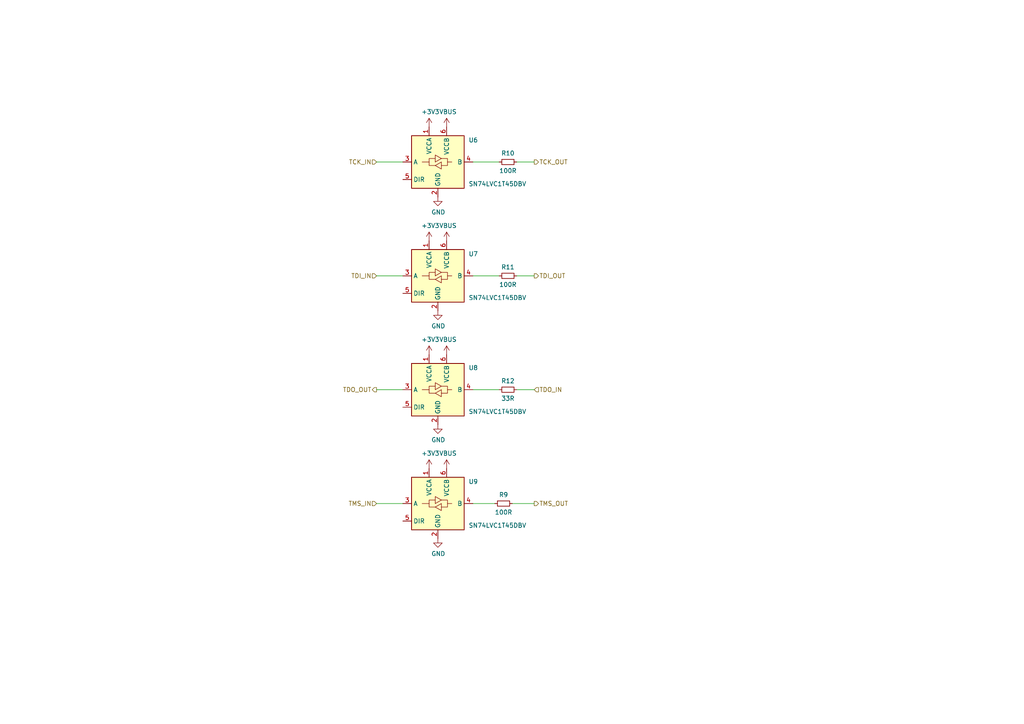
<source format=kicad_sch>
(kicad_sch (version 20231120) (generator "eeschema") (generator_version "8.0")
  (paper "A4")
  (lib_symbols
    (symbol "Device:R_Small" (pin_numbers hide) (pin_names (offset 0.254) hide)
      (property "Reference" "R" (at 0.762 0.508 0))
      (property "Value" "R_Small" (at 0.762 -1.016 0))
      (symbol "R_Small_0_1"
        (rectangle (start -0.762 1.778) (end 0.762 -1.778) (stroke (width 0.2032)))
      )
      (symbol "R_Small_1_1"
        (pin passive line (at 0 2.54 270) (length 0.762) (name "~") (number "1"))
        (pin passive line (at 0 -2.54 90) (length 0.762) (name "~") (number "2"))
      )
    )
    (symbol "Logic_LevelTranslator:SN74LVC1T45DBV"
      (property "Reference" "U" (at -6.35 8.89 0))
      (property "Value" "SN74LVC1T45DBV" (at 3.81 8.89 0))
      (symbol "SN74LVC1T45DBV_0_1"
        (rectangle (start -7.62 7.62) (end 7.62 -7.62) (stroke (width 0.254)) (fill (type background)))
        (polyline (pts (xy -2.54 0) (xy -2.54 1.016) (xy -0.762 1.016)))
        (polyline (pts (xy 2.794 0) (xy 2.794 -1.016) (xy 1.016 -1.016)))
        (polyline (pts (xy -0.762 -1.016) (xy -2.54 -1.016) (xy -2.54 0) (xy -4.572 0)))
        (polyline (pts (xy -0.762 0) (xy -0.762 2.032) (xy 1.016 1.016) (xy -0.762 0)))
        (polyline (pts (xy 1.016 1.016) (xy 2.794 1.016) (xy 2.794 0) (xy 4.064 0)))
        (polyline (pts (xy 1.016 0) (xy 1.016 -1.778) (xy 1.016 -2.032) (xy -0.762 -1.016) (xy 1.016 0)))
      )
      (symbol "SN74LVC1T45DBV_1_1"
        (pin power_in line (at -2.54 10.16 270) (length 2.54) (name "VCCA") (number "1"))
        (pin power_in line (at 0 -10.16 90) (length 2.54) (name "GND") (number "2"))
        (pin bidirectional line (at -10.16 0 0) (length 2.54) (name "A") (number "3"))
        (pin bidirectional line (at 10.16 0 180) (length 2.54) (name "B") (number "4"))
        (pin input line (at -10.16 -5.08 0) (length 2.54) (name "DIR") (number "5"))
        (pin power_in line (at 2.54 10.16 270) (length 2.54) (name "VCCB") (number "6"))
      )
    )
    (symbol "atmel-atdh1150usb-rescue:+3V3-power" (power) (pin_names (offset 0))
      (property "Value" "power_+3V3" (at 0 3.556 0))
      (symbol "+3V3-power_0_1"
        (polyline (pts (xy -0.762 1.27) (xy 0 2.54)))
        (polyline (pts (xy 0 0) (xy 0 2.54)))
        (polyline (pts (xy 0 2.54) (xy 0.762 1.27)))
      )
      (symbol "+3V3-power_1_1"
        (pin power_in line (at 0 0 90) (length 0) hide (name "+3V3") (number "1"))
      )
    )
    (symbol "atmel-atdh1150usb-rescue:GND-power" (power) (pin_names (offset 0))
      (property "Value" "power_GND" (at 0 -3.81 0))
      (symbol "GND-power_0_1"
        (polyline (pts (xy 0 0) (xy 0 -1.27) (xy 1.27 -1.27) (xy 0 -2.54) (xy -1.27 -1.27) (xy 0 -1.27)))
      )
      (symbol "GND-power_1_1"
        (pin power_in line (at 0 0 270) (length 0) hide (name "GND") (number "1"))
      )
    )
    (symbol "atmel-atdh1150usb-rescue:VBUS-power" (power) (pin_names (offset 0))
      (property "Value" "power_VBUS" (at 0 3.81 0))
      (symbol "VBUS-power_0_1"
        (polyline (pts (xy -0.762 1.27) (xy 0 2.54)))
        (polyline (pts (xy 0 0) (xy 0 2.54)))
        (polyline (pts (xy 0 2.54) (xy 0.762 1.27)))
      )
      (symbol "VBUS-power_1_1"
        (pin power_in line (at 0 0 90) (length 0) hide (name "VBUS") (number "1"))
      )
    )
  )
  (wire (pts (xy 144.78 46.99) (xy 137.16 46.99)))
  (wire (pts (xy 109.22 113.03) (xy 116.84 113.03)))
  (wire (pts (xy 154.94 80.01) (xy 149.86 80.01)))
  (wire (pts (xy 154.94 113.03) (xy 149.86 113.03)))
  (wire (pts (xy 109.22 80.01) (xy 116.84 80.01)))
  (wire (pts (xy 154.94 146.05) (xy 148.59 146.05)))
  (wire (pts (xy 144.78 80.01) (xy 137.16 80.01)))
  (wire (pts (xy 143.51 146.05) (xy 137.16 146.05)))
  (wire (pts (xy 109.22 46.99) (xy 116.84 46.99)))
  (wire (pts (xy 154.94 46.99) (xy 149.86 46.99)))
  (wire (pts (xy 144.78 113.03) (xy 137.16 113.03)))
  (wire (pts (xy 109.22 146.05) (xy 116.84 146.05)))
  (hierarchical_label "TMS_IN" (shape input) (at 109.22 146.05 180))
  (hierarchical_label "TDI_IN" (shape input) (at 109.22 80.01 180))
  (hierarchical_label "TCK_OUT" (shape output) (at 154.94 46.99 0))
  (hierarchical_label "TCK_IN" (shape input) (at 109.22 46.99 180))
  (hierarchical_label "TDO_IN" (shape input) (at 154.94 113.03 0))
  (hierarchical_label "TDO_OUT" (shape output) (at 109.22 113.03 180))
  (hierarchical_label "TMS_OUT" (shape output) (at 154.94 146.05 0))
  (hierarchical_label "TDI_OUT" (shape output) (at 154.94 80.01 0))
  (symbol (lib_id "atmel-atdh1150usb-rescue:VBUS-power") (at 129.54 69.85 0) (unit 1)
    (property "Reference" "#PWR056" (effects (hide yes)))
    (property "Value" "VBUS" (at 129.921 65.4558 0))
  )
  (symbol (lib_id "Logic_LevelTranslator:SN74LVC1T45DBV") (at 127 46.99 0) (unit 1)
    (property "Reference" "U6" (at 135.89 40.64 0) (effects (justify left)))
    (property "Value" "SN74LVC1T45DBV" (at 135.89 53.34 0) (effects (justify left)))
    (property "Footprint" "Package_TO_SOT_SMD:SOT-23-6" (effects (hide yes)))
    (property "Datasheet" "http://www.ti.com/lit/ds/symlink/sn74lvc1t45.pdf" (effects (hide yes)))
  )
  (symbol (lib_id "atmel-atdh1150usb-rescue:+3V3-power") (at 124.46 135.89 0) (unit 1)
    (property "Reference" "#PWR050" (effects (hide yes)))
    (property "Value" "+3V3" (at 124.841 131.4958 0))
  )
  (symbol (lib_id "atmel-atdh1150usb-rescue:VBUS-power") (at 129.54 135.89 0) (unit 1)
    (property "Reference" "#PWR058" (effects (hide yes)))
    (property "Value" "VBUS" (at 129.921 131.4958 0))
  )
  (symbol (lib_id "atmel-atdh1150usb-rescue:GND-power") (at 127 90.17 0) (unit 1)
    (property "Reference" "#PWR052" (effects (hide yes)))
    (property "Value" "GND" (at 127.127 94.5642 0))
  )
  (symbol (lib_id "atmel-atdh1150usb-rescue:GND-power") (at 127 123.19 0) (unit 1)
    (property "Reference" "#PWR053" (effects (hide yes)))
    (property "Value" "GND" (at 127.127 127.5842 0))
  )
  (symbol (lib_id "atmel-atdh1150usb-rescue:GND-power") (at 127 156.21 0) (unit 1)
    (property "Reference" "#PWR054" (effects (hide yes)))
    (property "Value" "GND" (at 127.127 160.6042 0))
  )
  (symbol (lib_id "atmel-atdh1150usb-rescue:GND-power") (at 127 57.15 0) (unit 1)
    (property "Reference" "#PWR051" (effects (hide yes)))
    (property "Value" "GND" (at 127.127 61.5442 0))
  )
  (symbol (lib_id "atmel-atdh1150usb-rescue:+3V3-power") (at 124.46 102.87 0) (unit 1)
    (property "Reference" "#PWR049" (effects (hide yes)))
    (property "Value" "+3V3" (at 124.841 98.4758 0))
  )
  (symbol (lib_id "Device:R_Small") (at 146.05 146.05 270) (unit 1)
    (property "Reference" "R9" (at 146.05 143.51 90))
    (property "Value" "100R" (at 146.05 148.59 90))
  )
  (symbol (lib_id "atmel-atdh1150usb-rescue:VBUS-power") (at 129.54 36.83 0) (unit 1)
    (property "Reference" "#PWR055" (effects (hide yes)))
    (property "Value" "VBUS" (at 129.921 32.4358 0))
  )
  (symbol (lib_id "Device:R_Small") (at 147.32 80.01 270) (unit 1)
    (property "Reference" "R11" (at 147.32 77.47 90))
    (property "Value" "100R" (at 147.32 82.55 90))
  )
  (symbol (lib_id "Logic_LevelTranslator:SN74LVC1T45DBV") (at 127 146.05 0) (unit 1)
    (property "Reference" "U9" (at 135.89 139.7 0) (effects (justify left)))
    (property "Value" "SN74LVC1T45DBV" (at 135.89 152.4 0) (effects (justify left)))
    (property "Footprint" "Package_TO_SOT_SMD:SOT-23-6" (effects (hide yes)))
    (property "Datasheet" "http://www.ti.com/lit/ds/symlink/sn74lvc1t45.pdf" (effects (hide yes)))
  )
  (symbol (lib_id "atmel-atdh1150usb-rescue:+3V3-power") (at 124.46 36.83 0) (unit 1)
    (property "Reference" "#PWR047" (effects (hide yes)))
    (property "Value" "+3V3" (at 124.841 32.4358 0))
  )
  (symbol (lib_id "atmel-atdh1150usb-rescue:+3V3-power") (at 124.46 69.85 0) (unit 1)
    (property "Reference" "#PWR048" (effects (hide yes)))
    (property "Value" "+3V3" (at 124.841 65.4558 0))
  )
  (symbol (lib_id "Logic_LevelTranslator:SN74LVC1T45DBV") (at 127 80.01 0) (unit 1)
    (property "Reference" "U7" (at 135.89 73.66 0) (effects (justify left)))
    (property "Value" "SN74LVC1T45DBV" (at 135.89 86.36 0) (effects (justify left)))
    (property "Footprint" "Package_TO_SOT_SMD:SOT-23-6" (effects (hide yes)))
    (property "Datasheet" "http://www.ti.com/lit/ds/symlink/sn74lvc1t45.pdf" (effects (hide yes)))
  )
  (symbol (lib_id "atmel-atdh1150usb-rescue:VBUS-power") (at 129.54 102.87 0) (unit 1)
    (property "Reference" "#PWR057" (effects (hide yes)))
    (property "Value" "VBUS" (at 129.921 98.4758 0))
  )
  (symbol (lib_id "Device:R_Small") (at 147.32 46.99 270) (unit 1)
    (property "Reference" "R10" (at 147.32 44.45 90))
    (property "Value" "100R" (at 147.32 49.53 90))
  )
  (symbol (lib_id "Logic_LevelTranslator:SN74LVC1T45DBV") (at 127 113.03 0) (unit 1)
    (property "Reference" "U8" (at 135.89 106.68 0) (effects (justify left)))
    (property "Value" "SN74LVC1T45DBV" (at 135.89 119.38 0) (effects (justify left)))
    (property "Footprint" "Package_TO_SOT_SMD:SOT-23-6" (effects (hide yes)))
    (property "Datasheet" "http://www.ti.com/lit/ds/symlink/sn74lvc1t45.pdf" (effects (hide yes)))
  )
  (symbol (lib_id "Device:R_Small") (at 147.32 113.03 270) (unit 1)
    (property "Reference" "R12" (at 147.32 110.49 90))
    (property "Value" "33R" (at 147.32 115.57 90))
  )
)
</source>
